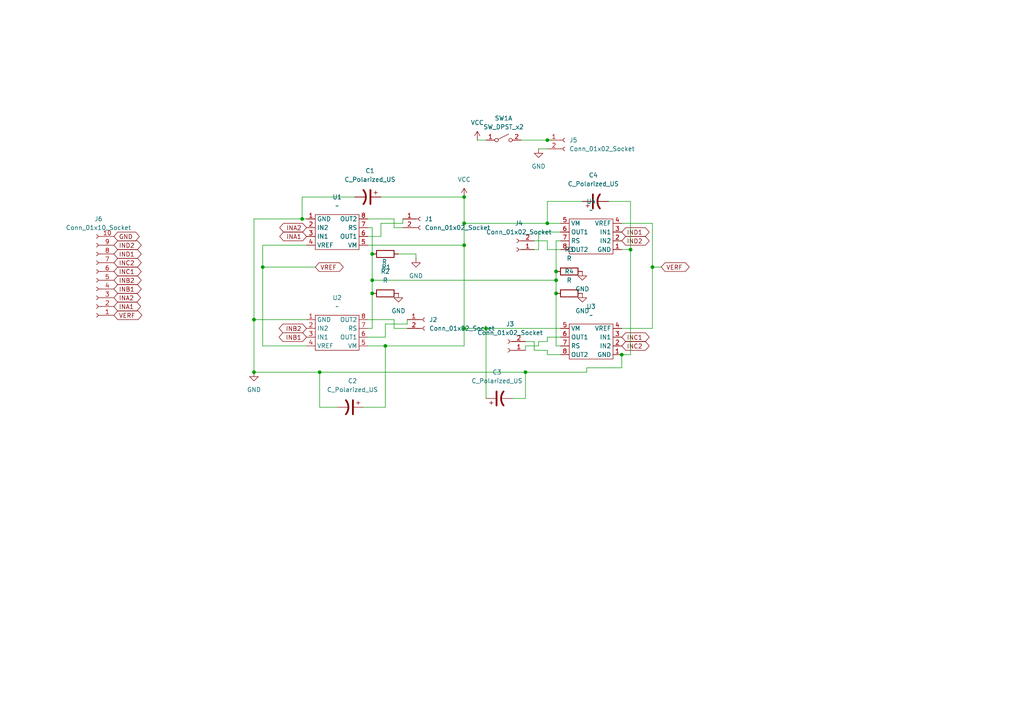
<source format=kicad_sch>
(kicad_sch (version 20250114) (generator "eeschema") (generator_version "9.0")
  (paper "A4")
  (lib_symbols
    (symbol "Connector:Conn_01x02_Socket" (pin_names (offset 1.016) (hide yes))
      (property "Reference" "J" (at 0 2.54 0))
      (property "Value" "Conn_01x02_Socket" (at 0 -5.08 0))
      (symbol "Conn_01x02_Socket_1_1"
        (polyline (pts (xy -1.27 0) (xy -0.508 0)) (stroke (width 0.1524)))
        (polyline (pts (xy -1.27 -2.54) (xy -0.508 -2.54)) (stroke (width 0.1524)))
        (arc (start 0 -0.508) (mid -0.5058 0) (end 0 0.508) (stroke (width 0.1524)))
        (arc (start 0 -3.048) (mid -0.5058 -2.54) (end 0 -2.032) (stroke (width 0.1524)))
        (pin passive line (at -5.08 0 0) (length 3.81) (name "Pin_1") (number "1"))
        (pin passive line (at -5.08 -2.54 0) (length 3.81) (name "Pin_2") (number "2"))
      )
    )
    (symbol "Connector:Conn_01x10_Socket" (pin_names (offset 1.016) (hide yes))
      (property "Reference" "J" (at 0 12.7 0))
      (property "Value" "Conn_01x10_Socket" (at 0 -15.24 0))
      (symbol "Conn_01x10_Socket_1_1"
        (polyline (pts (xy -1.27 10.16) (xy -0.508 10.16)) (stroke (width 0.1524)))
        (polyline (pts (xy -1.27 7.62) (xy -0.508 7.62)) (stroke (width 0.1524)))
        (polyline (pts (xy -1.27 5.08) (xy -0.508 5.08)) (stroke (width 0.1524)))
        (polyline (pts (xy -1.27 2.54) (xy -0.508 2.54)) (stroke (width 0.1524)))
        (polyline (pts (xy -1.27 0) (xy -0.508 0)) (stroke (width 0.1524)))
        (polyline (pts (xy -1.27 -2.54) (xy -0.508 -2.54)) (stroke (width 0.1524)))
        (polyline (pts (xy -1.27 -5.08) (xy -0.508 -5.08)) (stroke (width 0.1524)))
        (polyline (pts (xy -1.27 -7.62) (xy -0.508 -7.62)) (stroke (width 0.1524)))
        (polyline (pts (xy -1.27 -10.16) (xy -0.508 -10.16)) (stroke (width 0.1524)))
        (polyline (pts (xy -1.27 -12.7) (xy -0.508 -12.7)) (stroke (width 0.1524)))
        (arc (start 0 9.652) (mid -0.5058 10.16) (end 0 10.668) (stroke (width 0.1524)))
        (arc (start 0 7.112) (mid -0.5058 7.62) (end 0 8.128) (stroke (width 0.1524)))
        (arc (start 0 4.572) (mid -0.5058 5.08) (end 0 5.588) (stroke (width 0.1524)))
        (arc (start 0 2.032) (mid -0.5058 2.54) (end 0 3.048) (stroke (width 0.1524)))
        (arc (start 0 -0.508) (mid -0.5058 0) (end 0 0.508) (stroke (width 0.1524)))
        (arc (start 0 -3.048) (mid -0.5058 -2.54) (end 0 -2.032) (stroke (width 0.1524)))
        (arc (start 0 -5.588) (mid -0.5058 -5.08) (end 0 -4.572) (stroke (width 0.1524)))
        (arc (start 0 -8.128) (mid -0.5058 -7.62) (end 0 -7.112) (stroke (width 0.1524)))
        (arc (start 0 -10.668) (mid -0.5058 -10.16) (end 0 -9.652) (stroke (width 0.1524)))
        (arc (start 0 -13.208) (mid -0.5058 -12.7) (end 0 -12.192) (stroke (width 0.1524)))
        (pin passive line (at -5.08 10.16 0) (length 3.81) (name "Pin_1") (number "1"))
        (pin passive line (at -5.08 7.62 0) (length 3.81) (name "Pin_2") (number "2"))
        (pin passive line (at -5.08 5.08 0) (length 3.81) (name "Pin_3") (number "3"))
        (pin passive line (at -5.08 2.54 0) (length 3.81) (name "Pin_4") (number "4"))
        (pin passive line (at -5.08 0 0) (length 3.81) (name "Pin_5") (number "5"))
        (pin passive line (at -5.08 -2.54 0) (length 3.81) (name "Pin_6") (number "6"))
        (pin passive line (at -5.08 -5.08 0) (length 3.81) (name "Pin_7") (number "7"))
        (pin passive line (at -5.08 -7.62 0) (length 3.81) (name "Pin_8") (number "8"))
        (pin passive line (at -5.08 -10.16 0) (length 3.81) (name "Pin_9") (number "9"))
        (pin passive line (at -5.08 -12.7 0) (length 3.81) (name "Pin_10") (number "10"))
      )
    )
    (symbol "Device:C_Polarized_US" (pin_numbers (hide yes)) (pin_names (offset 0.254) (hide yes))
      (property "Reference" "C" (at 0.635 2.54 0))
      (property "Value" "C_Polarized_US" (at 0.635 -2.54 0))
      (symbol "C_Polarized_US_0_1"
        (polyline (pts (xy -2.032 0.762) (xy 2.032 0.762)) (stroke (width 0.508)))
        (polyline (pts (xy -1.778 2.286) (xy -0.762 2.286)))
        (polyline (pts (xy -1.27 1.778) (xy -1.27 2.794)))
        (arc (start -2.032 -1.27) (mid 0 -0.5572) (end 2.032 -1.27) (stroke (width 0.508)))
      )
      (symbol "C_Polarized_US_1_1"
        (pin passive line (at 0 3.81 270) (length 2.794) (name "~") (number "1"))
        (pin passive line (at 0 -3.81 90) (length 3.302) (name "~") (number "2"))
      )
    )
    (symbol "Device:R" (pin_numbers (hide yes)) (pin_names (offset 0))
      (property "Reference" "R" (at 2.032 0 90))
      (property "Value" "R" (at 0 0 90))
      (symbol "R_0_1"
        (rectangle (start -1.016 -2.54) (end 1.016 2.54) (stroke (width 0.254)))
      )
      (symbol "R_1_1"
        (pin passive line (at 0 3.81 270) (length 1.27) (name "~") (number "1"))
        (pin passive line (at 0 -3.81 90) (length 1.27) (name "~") (number "2"))
      )
    )
    (symbol "Switch:SW_DPST_x2" (pin_names (offset 0) (hide yes))
      (property "Reference" "SW" (at 0 3.175 0))
      (property "Value" "SW_DPST_x2" (at 0 -2.54 0))
      (symbol "SW_DPST_x2_0_0"
        (circle (center -2.032 0) (radius 0.508))
        (polyline (pts (xy -1.524 0.254) (xy 1.524 1.778)))
        (circle (center 2.032 0) (radius 0.508))
      )
      (symbol "SW_DPST_x2_1_1"
        (pin passive line (at -5.08 0 0) (length 2.54) (name "A") (number "1"))
        (pin passive line (at 5.08 0 180) (length 2.54) (name "B") (number "2"))
      )
      (symbol "SW_DPST_x2_2_1"
        (pin passive line (at -5.08 0 0) (length 2.54) (name "A") (number "3"))
        (pin passive line (at 5.08 0 180) (length 2.54) (name "B") (number "4"))
      )
    )
    (symbol "TB67H450FNG:TB67H450FNG"
      (property "Reference" "U" (at 2.54 1.27 0))
      (symbol "TB67H450FNG_0_1"
        (rectangle (start -6.35 5.08) (end 6.35 -5.08))
      )
      (symbol "TB67H450FNG_1_1"
        (pin bidirectional line (at -8.89 3.81 0) (length 2.54) (name "GND") (number "1"))
        (pin bidirectional line (at -8.89 1.27 0) (length 2.54) (name "IN2") (number "2"))
        (pin bidirectional line (at -8.89 -1.27 0) (length 2.54) (name "IN1") (number "3"))
        (pin bidirectional line (at -8.89 -3.81 0) (length 2.54) (name "VREF") (number "4"))
        (pin bidirectional line (at 8.89 3.81 180) (length 2.54) (name "OUT2") (number "8"))
        (pin bidirectional line (at 8.89 1.27 180) (length 2.54) (name "RS") (number "7"))
        (pin bidirectional line (at 8.89 -1.27 180) (length 2.54) (name "OUT1") (number "6"))
        (pin bidirectional line (at 8.89 -3.81 180) (length 2.54) (name "VM") (number "5"))
      )
    )
    (symbol "power:GND" (power) (pin_numbers (hide yes)) (pin_names (offset 0) (hide yes))
      (property "Value" "GND" (at 0 -3.81 0))
      (symbol "GND_0_1"
        (polyline (pts (xy 0 0) (xy 0 -1.27) (xy 1.27 -1.27) (xy 0 -2.54) (xy -1.27 -1.27) (xy 0 -1.27)))
      )
      (symbol "GND_1_1"
        (pin power_in line (at 0 0 270) (length 0) (name "~") (number "1"))
      )
    )
    (symbol "power:VCC" (power) (pin_numbers (hide yes)) (pin_names (offset 0) (hide yes))
      (property "Value" "VCC" (at 0 3.556 0))
      (symbol "VCC_0_1"
        (polyline (pts (xy -0.762 1.27) (xy 0 2.54)))
        (polyline (pts (xy 0 2.54) (xy 0.762 1.27)))
        (polyline (pts (xy 0 0) (xy 0 2.54)))
      )
      (symbol "VCC_1_1"
        (pin power_in line (at 0 0 90) (length 0) (name "~") (number "1"))
      )
    )
  )
  (junction (at 134.62 71.12))
  (junction (at 111.76 100.33))
  (junction (at 134.62 95.25))
  (junction (at 161.29 78.74))
  (junction (at 73.66 92.71))
  (junction (at 107.95 85.09))
  (junction (at 161.29 85.09))
  (junction (at 76.2 77.47))
  (junction (at 107.95 81.28))
  (junction (at 180.34 102.87))
  (junction (at 134.62 64.77))
  (junction (at 140.97 95.25))
  (junction (at 158.75 64.77))
  (junction (at 152.4 107.95))
  (junction (at 158.75 40.64))
  (junction (at 161.29 81.28))
  (junction (at 87.63 63.5))
  (junction (at 182.88 72.39))
  (junction (at 73.66 107.95))
  (junction (at 92.71 107.95))
  (junction (at 134.62 57.15))
  (junction (at 189.23 77.47))
  (junction (at 107.95 73.66))
  (wire (pts (xy 118.11 93.98) (xy 118.11 92.71)))
  (wire (pts (xy 110.49 57.15) (xy 134.62 57.15)))
  (wire (pts (xy 87.63 63.5) (xy 88.9 63.5)))
  (wire (pts (xy 156.21 100.33) (xy 156.21 99.06)))
  (wire (pts (xy 161.29 69.85) (xy 161.29 78.74)))
  (wire (pts (xy 176.53 58.42) (xy 182.88 58.42)))
  (wire (pts (xy 110.49 64.77) (xy 116.84 64.77)))
  (wire (pts (xy 182.88 58.42) (xy 182.88 72.39)))
  (wire (pts (xy 114.3 63.5) (xy 114.3 66.04)))
  (wire (pts (xy 106.68 71.12) (xy 134.62 71.12)))
  (wire (pts (xy 154.94 99.06) (xy 152.4 99.06)))
  (wire (pts (xy 161.29 78.74) (xy 161.29 81.28)))
  (wire (pts (xy 161.29 100.33) (xy 162.56 100.33)))
  (wire (pts (xy 107.95 73.66) (xy 107.95 81.28)))
  (wire (pts (xy 73.66 92.71) (xy 88.9 92.71)))
  (wire (pts (xy 106.68 66.04) (xy 107.95 66.04)))
  (wire (pts (xy 107.95 66.04) (xy 107.95 73.66)))
  (wire (pts (xy 134.62 71.12) (xy 134.62 64.77)))
  (wire (pts (xy 111.76 100.33) (xy 106.68 100.33)))
  (wire (pts (xy 106.68 97.79) (xy 111.76 97.79)))
  (wire (pts (xy 154.94 72.39) (xy 156.21 72.39)))
  (wire (pts (xy 162.56 69.85) (xy 161.29 69.85)))
  (wire (pts (xy 88.9 71.12) (xy 76.2 71.12)))
  (wire (pts (xy 180.34 106.68) (xy 180.34 102.87)))
  (wire (pts (xy 76.2 71.12) (xy 76.2 77.47)))
  (wire (pts (xy 97.79 118.11) (xy 92.71 118.11)))
  (wire (pts (xy 73.66 92.71) (xy 73.66 107.95)))
  (wire (pts (xy 182.88 72.39) (xy 180.34 72.39)))
  (wire (pts (xy 170.18 106.68) (xy 180.34 106.68)))
  (wire (pts (xy 158.75 69.85) (xy 158.75 72.39)))
  (wire (pts (xy 134.62 95.25) (xy 134.62 100.33)))
  (wire (pts (xy 189.23 77.47) (xy 191.77 77.47)))
  (wire (pts (xy 111.76 118.11) (xy 111.76 100.33)))
  (wire (pts (xy 158.75 101.6) (xy 158.75 102.87)))
  (wire (pts (xy 180.34 102.87) (xy 182.88 102.87)))
  (wire (pts (xy 152.4 115.57) (xy 152.4 107.95)))
  (wire (pts (xy 134.62 64.77) (xy 158.75 64.77)))
  (wire (pts (xy 120.65 73.66) (xy 120.65 74.93)))
  (wire (pts (xy 76.2 77.47) (xy 91.44 77.47)))
  (wire (pts (xy 140.97 95.25) (xy 162.56 95.25)))
  (wire (pts (xy 154.94 69.85) (xy 158.75 69.85)))
  (wire (pts (xy 134.62 100.33) (xy 111.76 100.33)))
  (wire (pts (xy 170.18 107.95) (xy 170.18 106.68)))
  (wire (pts (xy 114.3 66.04) (xy 116.84 66.04)))
  (wire (pts (xy 154.94 101.6) (xy 158.75 101.6)))
  (wire (pts (xy 152.4 100.33) (xy 156.21 100.33)))
  (wire (pts (xy 76.2 77.47) (xy 76.2 100.33)))
  (wire (pts (xy 158.75 102.87) (xy 162.56 102.87)))
  (wire (pts (xy 158.75 40.64) (xy 160.02 40.64)))
  (wire (pts (xy 92.71 107.95) (xy 152.4 107.95)))
  (wire (pts (xy 102.87 57.15) (xy 87.63 57.15)))
  (wire (pts (xy 168.91 58.42) (xy 158.75 58.42)))
  (wire (pts (xy 156.21 72.39) (xy 156.21 67.31)))
  (wire (pts (xy 76.2 100.33) (xy 88.9 100.33)))
  (wire (pts (xy 140.97 95.25) (xy 140.97 115.57)))
  (wire (pts (xy 106.68 63.5) (xy 114.3 63.5)))
  (wire (pts (xy 158.75 64.77) (xy 162.56 64.77)))
  (wire (pts (xy 106.68 68.58) (xy 110.49 68.58)))
  (wire (pts (xy 73.66 107.95) (xy 92.71 107.95)))
  (wire (pts (xy 189.23 95.25) (xy 180.34 95.25)))
  (wire (pts (xy 156.21 99.06) (xy 158.75 99.06)))
  (wire (pts (xy 118.11 95.25) (xy 114.3 95.25)))
  (wire (pts (xy 156.21 67.31) (xy 162.56 67.31)))
  (wire (pts (xy 180.34 64.77) (xy 189.23 64.77)))
  (wire (pts (xy 111.76 93.98) (xy 118.11 93.98)))
  (wire (pts (xy 87.63 57.15) (xy 87.63 63.5)))
  (wire (pts (xy 110.49 64.77) (xy 110.49 68.58)))
  (wire (pts (xy 116.84 64.77) (xy 116.84 63.5)))
  (wire (pts (xy 156.21 43.18) (xy 158.75 43.18)))
  (wire (pts (xy 161.29 81.28) (xy 161.29 85.09)))
  (wire (pts (xy 151.13 40.64) (xy 158.75 40.64)))
  (wire (pts (xy 182.88 102.87) (xy 182.88 72.39)))
  (wire (pts (xy 73.66 92.71) (xy 73.66 63.5)))
  (wire (pts (xy 134.62 57.15) (xy 134.62 64.77)))
  (wire (pts (xy 92.71 118.11) (xy 92.71 107.95)))
  (wire (pts (xy 134.62 95.25) (xy 140.97 95.25)))
  (wire (pts (xy 105.41 118.11) (xy 111.76 118.11)))
  (wire (pts (xy 154.94 101.6) (xy 154.94 99.06)))
  (wire (pts (xy 111.76 93.98) (xy 111.76 97.79)))
  (wire (pts (xy 107.95 81.28) (xy 107.95 85.09)))
  (wire (pts (xy 189.23 64.77) (xy 189.23 77.47)))
  (wire (pts (xy 161.29 85.09) (xy 161.29 100.33)))
  (wire (pts (xy 115.57 73.66) (xy 120.65 73.66)))
  (wire (pts (xy 152.4 101.6) (xy 152.4 100.33)))
  (wire (pts (xy 107.95 85.09) (xy 107.95 95.25)))
  (wire (pts (xy 134.62 71.12) (xy 134.62 95.25)))
  (wire (pts (xy 138.43 40.64) (xy 140.97 40.64)))
  (wire (pts (xy 107.95 81.28) (xy 161.29 81.28)))
  (wire (pts (xy 148.59 115.57) (xy 152.4 115.57)))
  (wire (pts (xy 106.68 92.71) (xy 114.3 92.71)))
  (wire (pts (xy 73.66 63.5) (xy 87.63 63.5)))
  (wire (pts (xy 158.75 99.06) (xy 158.75 97.79)))
  (wire (pts (xy 158.75 58.42) (xy 158.75 64.77)))
  (wire (pts (xy 107.95 95.25) (xy 106.68 95.25)))
  (wire (pts (xy 158.75 97.79) (xy 162.56 97.79)))
  (wire (pts (xy 189.23 77.47) (xy 189.23 95.25)))
  (wire (pts (xy 152.4 107.95) (xy 170.18 107.95)))
  (wire (pts (xy 114.3 95.25) (xy 114.3 92.71)))
  (wire (pts (xy 158.75 72.39) (xy 162.56 72.39)))
  (global_label "INC1" (shape bidirectional) (at 33.02 78.74 0) (property "Intersheetrefs" "${INTERSHEET_REFS}" (effects (hide yes))))
  (global_label "INA2" (shape bidirectional) (at 88.9 66.04 180) (property "Intersheetrefs" "${INTERSHEET_REFS}" (effects (hide yes))))
  (global_label "INB1" (shape bidirectional) (at 88.9 97.79 180) (property "Intersheetrefs" "${INTERSHEET_REFS}" (effects (hide yes))))
  (global_label "INB1" (shape bidirectional) (at 33.02 83.82 0) (property "Intersheetrefs" "${INTERSHEET_REFS}" (effects (hide yes))))
  (global_label "INC1" (shape bidirectional) (at 180.34 97.79 0) (property "Intersheetrefs" "${INTERSHEET_REFS}" (effects (hide yes))))
  (global_label "VREF" (shape bidirectional) (at 91.44 77.47 0) (property "Intersheetrefs" "${INTERSHEET_REFS}" (effects (hide yes))))
  (global_label "IND2" (shape bidirectional) (at 180.34 69.85 0) (property "Intersheetrefs" "${INTERSHEET_REFS}" (effects (hide yes))))
  (global_label "IND1" (shape bidirectional) (at 33.02 73.66 0) (property "Intersheetrefs" "${INTERSHEET_REFS}" (effects (hide yes))))
  (global_label "INB2" (shape bidirectional) (at 33.02 81.28 0) (property "Intersheetrefs" "${INTERSHEET_REFS}" (effects (hide yes))))
  (global_label "VERF" (shape bidirectional) (at 191.77 77.47 0) (property "Intersheetrefs" "${INTERSHEET_REFS}" (effects (hide yes))))
  (global_label "INB2" (shape bidirectional) (at 88.9 95.25 180) (property "Intersheetrefs" "${INTERSHEET_REFS}" (effects (hide yes))))
  (global_label "VERF" (shape bidirectional) (at 33.02 91.44 0) (property "Intersheetrefs" "${INTERSHEET_REFS}" (effects (hide yes))))
  (global_label "GND" (shape bidirectional) (at 33.02 68.58 0) (property "Intersheetrefs" "${INTERSHEET_REFS}" (effects (hide yes))))
  (global_label "INC2" (shape bidirectional) (at 180.34 100.33 0) (property "Intersheetrefs" "${INTERSHEET_REFS}" (effects (hide yes))))
  (global_label "IND2" (shape bidirectional) (at 33.02 71.12 0) (property "Intersheetrefs" "${INTERSHEET_REFS}" (effects (hide yes))))
  (global_label "INA1" (shape bidirectional) (at 33.02 88.9 0) (property "Intersheetrefs" "${INTERSHEET_REFS}" (effects (hide yes))))
  (global_label "IND1" (shape bidirectional) (at 180.34 67.31 0) (property "Intersheetrefs" "${INTERSHEET_REFS}" (effects (hide yes))))
  (global_label "INA2" (shape bidirectional) (at 33.02 86.36 0) (property "Intersheetrefs" "${INTERSHEET_REFS}" (effects (hide yes))))
  (global_label "INA1" (shape bidirectional) (at 88.9 68.58 180) (property "Intersheetrefs" "${INTERSHEET_REFS}" (effects (hide yes))))
  (global_label "INC2" (shape bidirectional) (at 33.02 76.2 0) (property "Intersheetrefs" "${INTERSHEET_REFS}" (effects (hide yes))))
  (symbol (lib_id "Device:C_Polarized_US") (at 172.72 58.42 90) (unit 1)
    (property "Reference" "C4" (at 172.085 50.8 90))
    (property "Value" "C_Polarized_US" (at 172.085 53.34 90))
    (property "Footprint" "Capacitor_THT:CP_Radial_D6.3mm_P2.50mm" (effects (hide yes)))
    (property "Description" "Polarized capacitor, US symbol" (effects (hide yes)))
  )
  (symbol (lib_id "TB67H450FNG:TB67H450FNG") (at 171.45 68.58 180) (unit 1)
    (property "Reference" "U4" (at 171.45 58.42 0))
    (property "Value" "~" (at 171.45 60.96 0))
    (property "Footprint" "Package_SO:Texas_HSOP-8-1EP_3.9x4.9mm_P1.27mm" (effects (hide yes)))
  )
  (symbol (lib_id "Device:R") (at 165.1 78.74 270) (unit 1)
    (property "Reference" "R3" (at 165.1 72.39 90))
    (property "Value" "R" (at 165.1 74.93 90))
    (property "Footprint" "Resistor_THT:R_Axial_DIN0207_L6.3mm_D2.5mm_P10.16mm_Horizontal" (effects (hide yes)))
    (property "Description" "Resistor" (effects (hide yes)))
  )
  (symbol (lib_id "Connector:Conn_01x02_Socket") (at 163.83 40.64 0) (unit 1)
    (property "Reference" "J5" (at 165.1 40.6399 0) (effects (justify left)))
    (property "Value" "Conn_01x02_Socket" (at 165.1 43.1799 0) (effects (justify left)))
    (property "Footprint" "Connector_AMASS:AMASS_XT30U-M_1x02_P5.0mm_Vertical" (effects (hide yes)))
    (property "Description" "Generic connector, single row, 01x02, script generated" (effects (hide yes)))
  )
  (symbol (lib_id "power:VCC") (at 138.43 40.64 0) (unit 1)
    (property "Reference" "#PWR04" (effects (hide yes)))
    (property "Value" "VCC" (at 138.43 35.56 0))
    (property "Description" "Power symbol creates a global label with name \"VCC\"" (effects (hide yes)))
  )
  (symbol (lib_id "TB67H450FNG:TB67H450FNG") (at 171.45 99.06 180) (unit 1)
    (property "Reference" "U3" (at 171.45 88.9 0))
    (property "Value" "~" (at 171.45 91.44 0))
    (property "Footprint" "Package_SO:Texas_HSOP-8-1EP_3.9x4.9mm_P1.27mm" (effects (hide yes)))
  )
  (symbol (lib_id "power:GND") (at 120.65 74.93 0) (unit 1)
    (property "Reference" "#PWR01" (effects (hide yes)))
    (property "Value" "GND" (at 120.65 80.01 0))
    (property "Description" "Power symbol creates a global label with name \"GND\" , ground" (effects (hide yes)))
  )
  (symbol (lib_id "Connector:Conn_01x10_Socket") (at 27.94 81.28 180) (unit 1)
    (property "Reference" "J6" (at 28.575 63.5 0))
    (property "Value" "Conn_01x10_Socket" (at 28.575 66.04 0))
    (property "Footprint" "Connector_JST:JST_XH_B10B-XH-A_1x10_P2.50mm_Vertical" (effects (hide yes)))
    (property "Description" "Generic connector, single row, 01x10, script generated" (effects (hide yes)))
  )
  (symbol (lib_id "TB67H450FNG:TB67H450FNG") (at 97.79 67.31 0) (unit 1)
    (property "Reference" "U1" (at 97.79 57.15 0))
    (property "Value" "~" (at 97.79 59.69 0))
    (property "Footprint" "Package_SO:Texas_HSOP-8-1EP_3.9x4.9mm_P1.27mm" (effects (hide yes)))
  )
  (symbol (lib_id "Device:R") (at 111.76 85.09 90) (unit 1)
    (property "Reference" "R2" (at 111.76 78.74 90))
    (property "Value" "R" (at 111.76 81.28 90))
    (property "Footprint" "Resistor_THT:R_Axial_DIN0207_L6.3mm_D2.5mm_P10.16mm_Horizontal" (effects (hide yes)))
    (property "Description" "Resistor" (effects (hide yes)))
  )
  (symbol (lib_id "power:GND") (at 115.57 85.09 0) (unit 1)
    (property "Reference" "#PWR06" (effects (hide yes)))
    (property "Value" "GND" (at 115.57 90.17 0))
    (property "Description" "Power symbol creates a global label with name \"GND\" , ground" (effects (hide yes)))
  )
  (symbol (lib_id "power:GND") (at 168.91 78.74 0) (unit 1)
    (property "Reference" "#PWR08" (effects (hide yes)))
    (property "Value" "GND" (at 168.91 83.82 0))
    (property "Description" "Power symbol creates a global label with name \"GND\" , ground" (effects (hide yes)))
  )
  (symbol (lib_id "power:VCC") (at 134.62 57.15 0) (unit 1)
    (property "Reference" "#PWR02" (effects (hide yes)))
    (property "Value" "VCC" (at 134.62 52.07 0))
    (property "Description" "Power symbol creates a global label with name \"VCC\"" (effects (hide yes)))
  )
  (symbol (lib_id "Device:R") (at 111.76 73.66 90) (unit 1)
    (property "Reference" "R1" (at 112.014 77.47 90))
    (property "Value" "R" (at 111.506 75.946 90))
    (property "Footprint" "Resistor_THT:R_Axial_DIN0207_L6.3mm_D2.5mm_P10.16mm_Horizontal" (effects (hide yes)))
    (property "Description" "Resistor" (effects (hide yes)))
  )
  (symbol (lib_id "power:GND") (at 168.91 85.09 0) (unit 1)
    (property "Reference" "#PWR07" (effects (hide yes)))
    (property "Value" "GND" (at 168.91 90.17 0))
    (property "Description" "Power symbol creates a global label with name \"GND\" , ground" (effects (hide yes)))
  )
  (symbol (lib_id "Switch:SW_DPST_x2") (at 146.05 40.64 0) (unit 1)
    (property "Reference" "SW1" (at 146.05 34.29 0))
    (property "Value" "SW_DPST_x2" (at 146.05 36.83 0))
    (property "Footprint" "Connector_PinSocket_2.54mm:PinSocket_1x03_P2.54mm_Vertical" (effects (hide yes)))
    (property "Description" "Single Pole Single Throw (SPST) switch, separate symbol" (effects (hide yes)))
  )
  (symbol (lib_id "Connector:Conn_01x02_Socket") (at 121.92 63.5 0) (unit 1)
    (property "Reference" "J1" (at 123.19 63.4999 0) (effects (justify left)))
    (property "Value" "Conn_01x02_Socket" (at 123.19 66.0399 0) (effects (justify left)))
    (property "Footprint" "Connector_AMASS:AMASS_XT30U-M_1x02_P5.0mm_Vertical" (effects (hide yes)))
    (property "Description" "Generic connector, single row, 01x02, script generated" (effects (hide yes)))
  )
  (symbol (lib_id "power:GND") (at 156.21 43.18 0) (unit 1)
    (property "Reference" "#PWR05" (effects (hide yes)))
    (property "Value" "GND" (at 156.21 48.26 0))
    (property "Description" "Power symbol creates a global label with name \"GND\" , ground" (effects (hide yes)))
  )
  (symbol (lib_id "Device:C_Polarized_US") (at 101.6 118.11 270) (unit 1)
    (property "Reference" "C2" (at 102.235 110.49 90))
    (property "Value" "C_Polarized_US" (at 102.235 113.03 90))
    (property "Footprint" "Capacitor_THT:CP_Radial_D6.3mm_P2.50mm" (effects (hide yes)))
    (property "Description" "Polarized capacitor, US symbol" (effects (hide yes)))
  )
  (symbol (lib_id "Device:R") (at 165.1 85.09 90) (unit 1)
    (property "Reference" "R4" (at 165.1 78.74 90))
    (property "Value" "R" (at 165.1 81.28 90))
    (property "Footprint" "Resistor_THT:R_Axial_DIN0207_L6.3mm_D2.5mm_P10.16mm_Horizontal" (effects (hide yes)))
    (property "Description" "Resistor" (effects (hide yes)))
  )
  (symbol (lib_id "Device:C_Polarized_US") (at 144.78 115.57 90) (unit 1)
    (property "Reference" "C3" (at 144.145 107.95 90))
    (property "Value" "C_Polarized_US" (at 144.145 110.49 90))
    (property "Footprint" "Capacitor_THT:CP_Radial_D6.3mm_P2.50mm" (effects (hide yes)))
    (property "Description" "Polarized capacitor, US symbol" (effects (hide yes)))
  )
  (symbol (lib_id "Connector:Conn_01x02_Socket") (at 147.32 101.6 180) (unit 1)
    (property "Reference" "J3" (at 147.955 93.98 0))
    (property "Value" "Conn_01x02_Socket" (at 147.955 96.52 0))
    (property "Footprint" "Connector_AMASS:AMASS_XT30U-M_1x02_P5.0mm_Vertical" (effects (hide yes)))
    (property "Description" "Generic connector, single row, 01x02, script generated" (effects (hide yes)))
  )
  (symbol (lib_id "Device:C_Polarized_US") (at 106.68 57.15 270) (unit 1)
    (property "Reference" "C1" (at 107.315 49.53 90))
    (property "Value" "C_Polarized_US" (at 107.315 52.07 90))
    (property "Footprint" "Capacitor_THT:CP_Radial_D6.3mm_P2.50mm" (effects (hide yes)))
    (property "Description" "Polarized capacitor, US symbol" (effects (hide yes)))
  )
  (symbol (lib_id "power:GND") (at 73.66 107.95 0) (unit 1)
    (property "Reference" "#PWR03" (effects (hide yes)))
    (property "Value" "GND" (at 73.66 113.03 0))
    (property "Description" "Power symbol creates a global label with name \"GND\" , ground" (effects (hide yes)))
  )
  (symbol (lib_id "TB67H450FNG:TB67H450FNG") (at 97.79 96.52 0) (unit 1)
    (property "Reference" "U2" (at 97.79 86.36 0))
    (property "Value" "~" (at 97.79 88.9 0))
    (property "Footprint" "Package_SO:Texas_HSOP-8-1EP_3.9x4.9mm_P1.27mm" (effects (hide yes)))
  )
  (symbol (lib_id "Connector:Conn_01x02_Socket") (at 149.86 72.39 180) (unit 1)
    (property "Reference" "J4" (at 150.495 64.77 0))
    (property "Value" "Conn_01x02_Socket" (at 150.495 67.31 0))
    (property "Footprint" "Connector_AMASS:AMASS_XT30U-M_1x02_P5.0mm_Vertical" (effects (hide yes)))
    (property "Description" "Generic connector, single row, 01x02, script generated" (effects (hide yes)))
  )
  (symbol (lib_id "Connector:Conn_01x02_Socket") (at 123.19 92.71 0) (unit 1)
    (property "Reference" "J2" (at 124.46 92.7099 0) (effects (justify left)))
    (property "Value" "Conn_01x02_Socket" (at 124.46 95.2499 0) (effects (justify left)))
    (property "Footprint" "Connector_AMASS:AMASS_XT30U-M_1x02_P5.0mm_Vertical" (effects (hide yes)))
    (property "Description" "Generic connector, single row, 01x02, script generated" (effects (hide yes)))
  )
)
</source>
